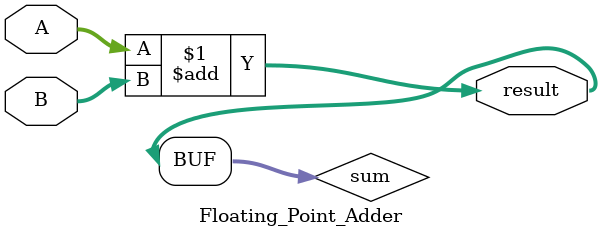
<source format=v>
module Floating_Point_Adder (
    input [7:0] A,
    input [7:0] B,
    output [7:0] result
);
    wire [7:0] sum;
    assign sum = A + B;
    assign result = sum;
endmodule

</source>
